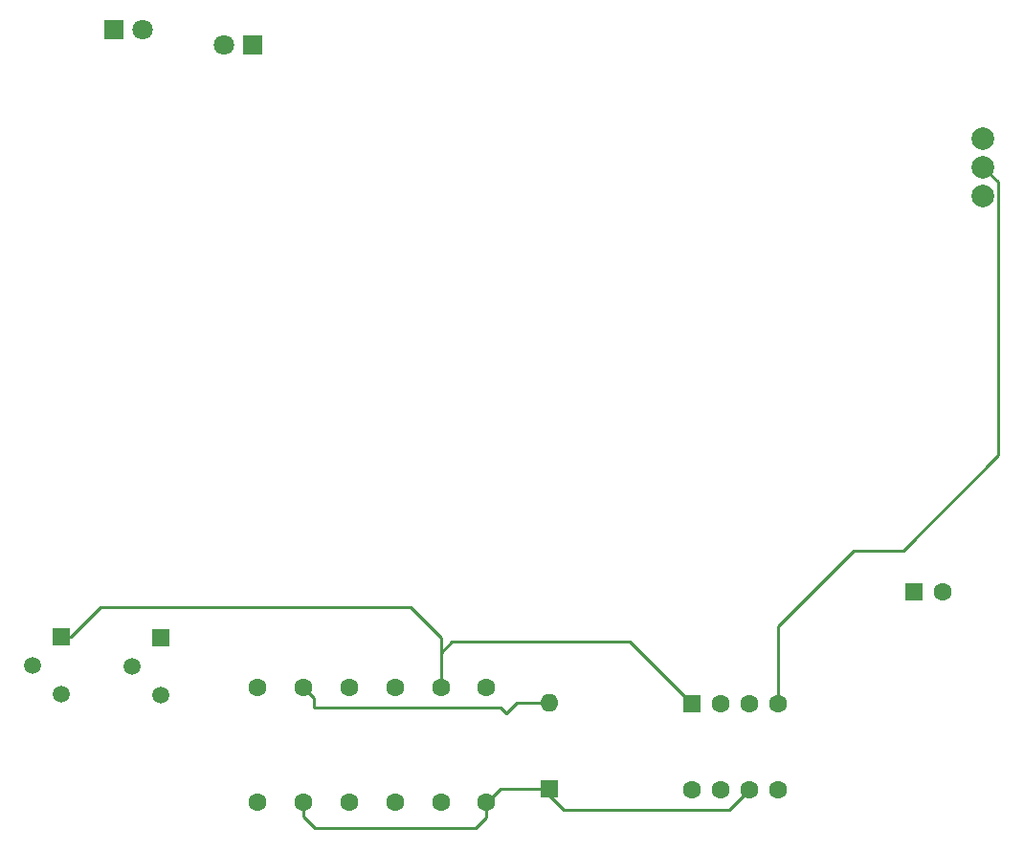
<source format=gbr>
%TF.GenerationSoftware,KiCad,Pcbnew,9.0.6*%
%TF.CreationDate,2025-12-30T13:30:36+01:00*%
%TF.ProjectId,Krokodil,4b726f6b-6f64-4696-9c2e-6b696361645f,rev?*%
%TF.SameCoordinates,Original*%
%TF.FileFunction,Copper,L1,Top*%
%TF.FilePolarity,Positive*%
%FSLAX46Y46*%
G04 Gerber Fmt 4.6, Leading zero omitted, Abs format (unit mm)*
G04 Created by KiCad (PCBNEW 9.0.6) date 2025-12-30 13:30:36*
%MOMM*%
%LPD*%
G01*
G04 APERTURE LIST*
G04 Aperture macros list*
%AMRoundRect*
0 Rectangle with rounded corners*
0 $1 Rounding radius*
0 $2 $3 $4 $5 $6 $7 $8 $9 X,Y pos of 4 corners*
0 Add a 4 corners polygon primitive as box body*
4,1,4,$2,$3,$4,$5,$6,$7,$8,$9,$2,$3,0*
0 Add four circle primitives for the rounded corners*
1,1,$1+$1,$2,$3*
1,1,$1+$1,$4,$5*
1,1,$1+$1,$6,$7*
1,1,$1+$1,$8,$9*
0 Add four rect primitives between the rounded corners*
20,1,$1+$1,$2,$3,$4,$5,0*
20,1,$1+$1,$4,$5,$6,$7,0*
20,1,$1+$1,$6,$7,$8,$9,0*
20,1,$1+$1,$8,$9,$2,$3,0*%
G04 Aperture macros list end*
%TA.AperFunction,ComponentPad*%
%ADD10R,1.800000X1.800000*%
%TD*%
%TA.AperFunction,ComponentPad*%
%ADD11C,1.800000*%
%TD*%
%TA.AperFunction,ComponentPad*%
%ADD12C,2.000000*%
%TD*%
%TA.AperFunction,ComponentPad*%
%ADD13RoundRect,0.250000X-0.550000X0.550000X-0.550000X-0.550000X0.550000X-0.550000X0.550000X0.550000X0*%
%TD*%
%TA.AperFunction,ComponentPad*%
%ADD14C,1.600000*%
%TD*%
%TA.AperFunction,ComponentPad*%
%ADD15R,1.500000X1.500000*%
%TD*%
%TA.AperFunction,ComponentPad*%
%ADD16C,1.500000*%
%TD*%
%TA.AperFunction,ComponentPad*%
%ADD17R,1.600000X1.600000*%
%TD*%
%TA.AperFunction,ComponentPad*%
%ADD18O,1.600000X1.600000*%
%TD*%
%TA.AperFunction,Conductor*%
%ADD19C,0.250000*%
%TD*%
G04 APERTURE END LIST*
D10*
%TO.P,D2,1,K*%
%TO.N,Net-(D1-K)*%
X128800000Y-56600000D03*
D11*
%TO.P,D2,2,A*%
%TO.N,Net-(D1-A)*%
X126260000Y-56600000D03*
%TD*%
D10*
%TO.P,D1,1,K*%
%TO.N,Net-(D1-K)*%
X116460000Y-55300000D03*
D11*
%TO.P,D1,2,A*%
%TO.N,Net-(D1-A)*%
X119000000Y-55300000D03*
%TD*%
D12*
%TO.P,S1,1,A*%
%TO.N,Net-(S1-A-Pad1)*%
X193400000Y-64900000D03*
%TO.P,S1,2,E*%
%TO.N,Net-(S1-E)*%
X193400000Y-67440000D03*
%TO.P,S1,3,A*%
%TO.N,unconnected-(S1-A-Pad3)*%
X193400000Y-69980000D03*
%TD*%
D13*
%TO.P,U1,1,GND*%
%TO.N,Net-(D1-K)*%
X167600000Y-115000000D03*
D14*
%TO.P,U1,2,TR*%
%TO.N,Net-(D3-K)*%
X170140000Y-115000000D03*
%TO.P,U1,3,Q*%
%TO.N,unconnected-(U1-Q-Pad3)*%
X172680000Y-115000000D03*
%TO.P,U1,4,R*%
%TO.N,Net-(S1-E)*%
X175220000Y-115000000D03*
%TO.P,U1,5,CV*%
%TO.N,unconnected-(U1-CV-Pad5)*%
X175220000Y-122620000D03*
%TO.P,U1,6,THR*%
%TO.N,Net-(D3-K)*%
X172680000Y-122620000D03*
%TO.P,U1,7,DIS*%
%TO.N,Net-(D3-A)*%
X170140000Y-122620000D03*
%TO.P,U1,8,VCC*%
%TO.N,Net-(S1-E)*%
X167600000Y-122620000D03*
%TD*%
D15*
%TO.P,Q2,1,E*%
%TO.N,Net-(D1-A)*%
X120600000Y-109100000D03*
D16*
%TO.P,Q2,2,B*%
%TO.N,Net-(Q1-C)*%
X118060000Y-111640000D03*
%TO.P,Q2,3,C*%
%TO.N,Net-(Q2-C)*%
X120600000Y-114180000D03*
%TD*%
D14*
%TO.P,R3,1*%
%TO.N,Net-(D3-K)*%
X149450000Y-123660000D03*
%TO.P,R3,2*%
%TO.N,Net-(Q1-B)*%
X149450000Y-113500000D03*
%TD*%
%TO.P,R6,1*%
%TO.N,Net-(S1-E)*%
X137300000Y-123660000D03*
%TO.P,R6,2*%
%TO.N,Net-(Q2-C)*%
X137300000Y-113500000D03*
%TD*%
%TO.P,R8,1*%
%TO.N,Net-(S1-E)*%
X129200000Y-123660000D03*
%TO.P,R8,2*%
%TO.N,Net-(D3-A)*%
X129200000Y-113500000D03*
%TD*%
D15*
%TO.P,Q1,1,E*%
%TO.N,Net-(D1-K)*%
X111857615Y-109000000D03*
D16*
%TO.P,Q1,2,B*%
%TO.N,Net-(Q1-B)*%
X109317615Y-111540000D03*
%TO.P,Q1,3,C*%
%TO.N,Net-(Q1-C)*%
X111857615Y-114080000D03*
%TD*%
D17*
%TO.P,D3,1,K*%
%TO.N,Net-(D3-K)*%
X155000000Y-122520000D03*
D18*
%TO.P,D3,2,A*%
%TO.N,Net-(D3-A)*%
X155000000Y-114900000D03*
%TD*%
D14*
%TO.P,R5,1*%
%TO.N,Net-(S1-E)*%
X141350000Y-123660000D03*
%TO.P,R5,2*%
%TO.N,Net-(Q1-C)*%
X141350000Y-113500000D03*
%TD*%
%TO.P,R7,2*%
%TO.N,Net-(D3-A)*%
X133250000Y-113500000D03*
%TO.P,R7,1*%
%TO.N,Net-(D3-K)*%
X133250000Y-123660000D03*
%TD*%
D17*
%TO.P,C1,1*%
%TO.N,Net-(D3-K)*%
X187300000Y-105100000D03*
D14*
%TO.P,C1,2*%
%TO.N,Net-(D1-K)*%
X189800000Y-105100000D03*
%TD*%
%TO.P,R4,2*%
%TO.N,Net-(D1-K)*%
X145400000Y-113500000D03*
%TO.P,R4,1*%
%TO.N,Net-(Q1-B)*%
X145400000Y-123660000D03*
%TD*%
D19*
%TO.N,Net-(D3-A)*%
X134200000Y-115300000D02*
X134200000Y-114450000D01*
X134200000Y-114450000D02*
X133250000Y-113500000D01*
X150700000Y-115300000D02*
X134200000Y-115300000D01*
X152100000Y-114900000D02*
X151200000Y-115800000D01*
X151200000Y-115800000D02*
X150700000Y-115300000D01*
X155000000Y-114900000D02*
X152100000Y-114900000D01*
%TO.N,Net-(D1-K)*%
X145400000Y-109100000D02*
X145400000Y-110500000D01*
X142700000Y-106400000D02*
X145400000Y-109100000D01*
X115300000Y-106400000D02*
X142700000Y-106400000D01*
X112700000Y-109000000D02*
X115300000Y-106400000D01*
X111857615Y-109000000D02*
X112700000Y-109000000D01*
X162100000Y-109500000D02*
X167600000Y-115000000D01*
X146400000Y-109500000D02*
X162100000Y-109500000D01*
X145400000Y-110500000D02*
X146400000Y-109500000D01*
X145400000Y-113500000D02*
X145400000Y-110500000D01*
%TO.N,Net-(D3-K)*%
X155000000Y-123100000D02*
X155000000Y-122520000D01*
X156300000Y-124400000D02*
X155000000Y-123100000D01*
X170900000Y-124400000D02*
X156300000Y-124400000D01*
X172680000Y-122620000D02*
X170900000Y-124400000D01*
X148500000Y-126000000D02*
X149450000Y-125050000D01*
X134300000Y-126000000D02*
X148500000Y-126000000D01*
X133250000Y-124950000D02*
X134300000Y-126000000D01*
X149450000Y-125050000D02*
X149450000Y-123660000D01*
X133250000Y-123660000D02*
X133250000Y-124950000D01*
X150680000Y-122520000D02*
X155000000Y-122520000D01*
X149540000Y-123660000D02*
X150680000Y-122520000D01*
X149450000Y-123660000D02*
X149540000Y-123660000D01*
%TO.N,Net-(S1-E)*%
X175220000Y-108080000D02*
X175220000Y-115000000D01*
X181900000Y-101400000D02*
X175220000Y-108080000D01*
X186300000Y-101400000D02*
X181900000Y-101400000D01*
X194726000Y-92974000D02*
X186300000Y-101400000D01*
X194726000Y-68766000D02*
X194726000Y-92974000D01*
X193400000Y-67440000D02*
X194726000Y-68766000D01*
%TD*%
M02*

</source>
